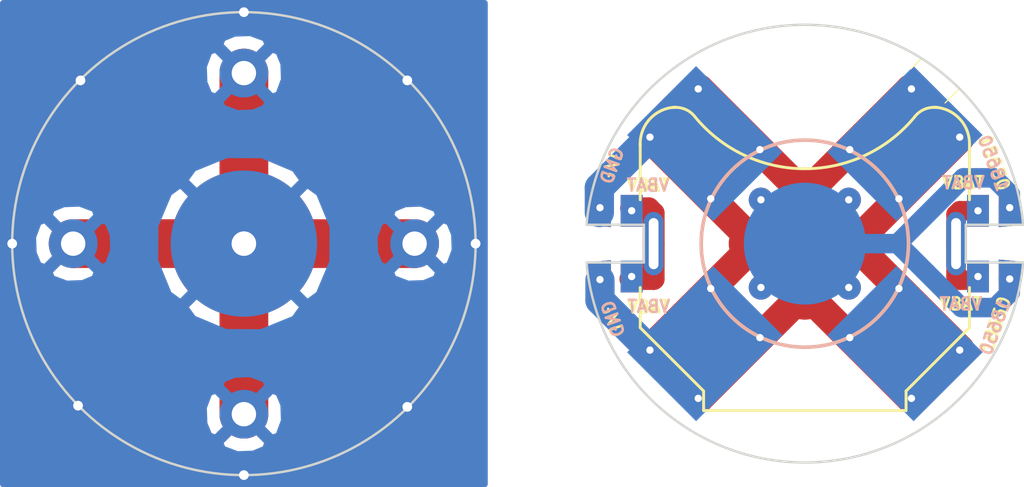
<source format=kicad_pcb>
(kicad_pcb (version 4) (host pcbnew 4.0.5+dfsg1-4)

  (general
    (links 54)
    (no_connects 2)
    (area -6.025001 -6.025001 62.187088 38.300002)
    (thickness 1.6)
    (drawings 31)
    (tracks 71)
    (zones 0)
    (modules 19)
    (nets 4)
  )

  (page A4)
  (layers
    (0 F.Cu signal)
    (31 B.Cu signal)
    (32 B.Adhes user hide)
    (33 F.Adhes user hide)
    (34 B.Paste user hide)
    (35 F.Paste user hide)
    (36 B.SilkS user hide)
    (37 F.SilkS user hide)
    (38 B.Mask user hide)
    (39 F.Mask user)
    (40 Dwgs.User user)
    (41 Cmts.User user hide)
    (42 Eco1.User user hide)
    (43 Eco2.User user hide)
    (44 Edge.Cuts user)
    (45 Margin user hide)
    (46 B.CrtYd user hide)
    (47 F.CrtYd user hide)
    (48 B.Fab user hide)
    (49 F.Fab user hide)
  )

  (setup
    (last_trace_width 0.8)
    (trace_clearance 0.2)
    (zone_clearance 0.508)
    (zone_45_only no)
    (trace_min 0.2)
    (segment_width 0.05)
    (edge_width 0.1)
    (via_size 0.6)
    (via_drill 0.4)
    (via_min_size 0.4)
    (via_min_drill 0.3)
    (uvia_size 0.3)
    (uvia_drill 0.1)
    (uvias_allowed no)
    (uvia_min_size 0.2)
    (uvia_min_drill 0.1)
    (pcb_text_width 0.3)
    (pcb_text_size 1.5 1.5)
    (mod_edge_width 0.15)
    (mod_text_size 1 1)
    (mod_text_width 0.15)
    (pad_size 1 1)
    (pad_drill 0.3)
    (pad_to_mask_clearance 0.2)
    (aux_axis_origin 0 0)
    (grid_origin 56 28)
    (visible_elements FFFFFF7F)
    (pcbplotparams
      (layerselection 0x010f0_80000001)
      (usegerberextensions false)
      (excludeedgelayer true)
      (linewidth 0.100000)
      (plotframeref false)
      (viasonmask false)
      (mode 1)
      (useauxorigin false)
      (hpglpennumber 1)
      (hpglpenspeed 20)
      (hpglpendiameter 15)
      (hpglpenoverlay 2)
      (psnegative false)
      (psa4output false)
      (plotreference true)
      (plotvalue true)
      (plotinvisibletext false)
      (padsonsilk false)
      (subtractmaskfromsilk false)
      (outputformat 1)
      (mirror false)
      (drillshape 0)
      (scaleselection 1)
      (outputdirectory ""))
  )

  (net 0 "")
  (net 1 /VBAT)
  (net 2 /GND)
  (net 3 /18650)

  (net_class Default "Это класс цепей по умолчанию."
    (clearance 0.2)
    (trace_width 0.8)
    (via_dia 0.6)
    (via_drill 0.4)
    (uvia_dia 0.3)
    (uvia_drill 0.1)
    (add_net /18650)
    (add_net /GND)
    (add_net /VBAT)
  )

  (module GroundPad-01 (layer F.Cu) (tedit 5C64301C) (tstamp 5C417CFA)
    (at 55.3 23.7 315)
    (descr PADD_BAT_HOLDER)
    (tags "solder Pin_ with flat fork")
    (path /5C40A6A2)
    (fp_text reference PD1 (at 0 1.3 315) (layer F.SilkS) hide
      (effects (font (size 1 1) (thickness 0.15)))
    )
    (fp_text value GroundPad (at 0 -2.5 315) (layer F.SilkS) hide
      (effects (font (size 0.5 0.5) (thickness 0.1)))
    )
    (pad 2 thru_hole circle (at -1.4 -1.5 315) (size 1 1) (drill 0.3) (layers *.Cu)
      (net 2 /GND))
    (pad 3 thru_hole circle (at 1.4 -1.5 315) (size 1 1) (drill 0.3) (layers *.Cu)
      (net 2 /GND))
    (pad 5 thru_hole circle (at 1.425 2.05 315) (size 1 1) (drill 0.3) (layers *.Cu)
      (net 2 /GND))
    (pad 1 smd rect (at 0 0.275 315) (size 4 5) (layers B.Cu B.Paste B.Mask)
      (net 2 /GND))
    (pad 4 thru_hole circle (at -1.425 2.05 315) (size 1 1) (drill 0.3) (layers *.Cu)
      (net 2 /GND))
    (model ${KISYS3DMOD}/Connectors.3dshapes/Pin_d0.9mm_L10.0mm_W2.4mm_FlatFork.wrl
      (at (xyz 0 0 0))
      (scale (xyz 1 1 1))
      (rotate (xyz 0 0 0))
    )
  )

  (module conn_spring_01 (layer B.Cu) (tedit 5C868993) (tstamp 5C417CF9)
    (at 51 28 270)
    (path /5C417CA4)
    (fp_text reference P6 (at 0 1 270) (layer B.SilkS) hide
      (effects (font (size 1 1) (thickness 0.15)) (justify mirror))
    )
    (fp_text value pad (at 0 -1 270) (layer B.SilkS) hide
      (effects (font (size 1 1) (thickness 0.15)) (justify mirror))
    )
    (pad 4 thru_hole circle (at 1.8 -1.8 270) (size 1 1) (drill 0.3) (layers *.Cu)
      (net 3 /18650))
    (pad 3 thru_hole circle (at 1.8 1.8 270) (size 1 1) (drill 0.3) (layers *.Cu)
      (net 3 /18650))
    (pad 2 thru_hole circle (at -1.8 1.8 270) (size 1 1) (drill 0.3) (layers *.Cu)
      (net 3 /18650))
    (pad 1 smd circle (at 0 0 270) (size 5 5) (layers B.Cu B.Paste B.Mask)
      (net 3 /18650))
    (pad 5 thru_hole circle (at -1.8 -1.8 270) (size 1 1) (drill 0.3) (layers *.Cu)
      (net 3 /18650))
  )

  (module Keystone_3001_1x12mm-CoinCell-VARIANT (layer F.Cu) (tedit 5C62D0D0) (tstamp 5C4175F7)
    (at 51 28 180)
    (descr http://www.keyelco.com/product-pdf.cfm?p=778)
    (tags "Keystone type 3001 coin cell retainer")
    (path /5C3F7E1E)
    (fp_text reference BT1 (at 0 -8 180) (layer F.SilkS) hide
      (effects (font (size 1 1) (thickness 0.15)))
    )
    (fp_text value Battery_Cell (at 0 7.5 180) (layer F.Fab) hide
      (effects (font (size 1 1) (thickness 0.15)))
    )
    (fp_circle (center 0 0) (end 0 6) (layer Dwgs.User) (width 0.15))
    (fp_arc (start 0 0) (end 0 6.75) (angle 36.6) (layer F.CrtYd) (width 0.05))
    (fp_arc (start 0.11 9.15) (end 4.22 5.65) (angle -3.1) (layer F.CrtYd) (width 0.05))
    (fp_arc (start 0.11 9.15) (end -4.22 5.65) (angle 3.1) (layer F.CrtYd) (width 0.05))
    (fp_arc (start 0 0) (end 0 6.75) (angle -36.6) (layer F.CrtYd) (width 0.05))
    (fp_arc (start 5.25 4.1) (end 5.3 6.1) (angle -90) (layer F.CrtYd) (width 0.05))
    (fp_arc (start 5.29 4.6) (end 4.22 5.65) (angle -54.1) (layer F.CrtYd) (width 0.05))
    (fp_arc (start -5.29 4.6) (end -4.22 5.65) (angle 54.1) (layer F.CrtYd) (width 0.05))
    (fp_arc (start 6.6 0) (end 7.25 1.95) (angle -143) (layer F.CrtYd) (width 0.05))
    (fp_arc (start -6.6 0) (end -7.25 1.95) (angle 143) (layer F.CrtYd) (width 0.05))
    (fp_circle (center 0 0) (end 0 4.25) (layer B.SilkS) (width 0.15))
    (fp_arc (start 5.29 4.6) (end 4.5 5.2) (angle -60) (layer F.SilkS) (width 0.12))
    (fp_arc (start -5.29 4.6) (end -4.5 5.2) (angle 60) (layer F.SilkS) (width 0.12))
    (fp_arc (start 0 8.9) (end -4.5 5.2) (angle 101) (layer F.SilkS) (width 0.12))
    (fp_arc (start 5.29 4.6) (end 4.6 5.1) (angle -60) (layer F.Fab) (width 0.1))
    (fp_arc (start -5.29 4.6) (end -4.6 5.1) (angle 60) (layer F.Fab) (width 0.1))
    (fp_arc (start 0 8.9) (end -4.6 5.1) (angle 101) (layer F.Fab) (width 0.1))
    (fp_arc (start 5.25 4.1) (end 5.3 5.6) (angle -90) (layer F.SilkS) (width 0.12))
    (fp_arc (start -5.25 4.1) (end -5.3 5.6) (angle 90) (layer F.SilkS) (width 0.12))
    (fp_arc (start -5.25 4.1) (end -5.3 6.1) (angle 90) (layer F.CrtYd) (width 0.05))
    (fp_line (start -7.25 1.95) (end -7.25 4.1) (layer F.CrtYd) (width 0.05))
    (fp_line (start 7.25 1.95) (end 7.25 4.1) (layer F.CrtYd) (width 0.05))
    (fp_line (start 6.75 1.8) (end 6.75 4.1) (layer F.SilkS) (width 0.12))
    (fp_line (start -6.75 1.8) (end -6.75 4.1) (layer F.SilkS) (width 0.12))
    (fp_arc (start 5.25 4.1) (end 5.3 5.45) (angle -90) (layer F.Fab) (width 0.1))
    (fp_line (start 7.25 -1.95) (end 7.25 -3.8) (layer F.CrtYd) (width 0.05))
    (fp_line (start 7.25 -3.8) (end 4.65 -6.4) (layer F.CrtYd) (width 0.05))
    (fp_line (start 4.65 -6.4) (end 4.65 -7.35) (layer F.CrtYd) (width 0.05))
    (fp_line (start -4.65 -7.35) (end 4.65 -7.35) (layer F.CrtYd) (width 0.05))
    (fp_line (start -4.65 -6.4) (end -4.65 -7.35) (layer F.CrtYd) (width 0.05))
    (fp_line (start -7.25 -3.8) (end -4.65 -6.4) (layer F.CrtYd) (width 0.05))
    (fp_line (start -7.25 -1.95) (end -7.25 -3.8) (layer F.CrtYd) (width 0.05))
    (fp_line (start -6.75 -1.8) (end -6.75 -3.45) (layer F.SilkS) (width 0.12))
    (fp_line (start -6.75 -3.45) (end -4.15 -6.05) (layer F.SilkS) (width 0.12))
    (fp_line (start -4.15 -6.05) (end -4.15 -6.85) (layer F.SilkS) (width 0.12))
    (fp_line (start -4.15 -6.85) (end 4.15 -6.85) (layer F.SilkS) (width 0.12))
    (fp_line (start 4.15 -6.85) (end 4.15 -6.05) (layer F.SilkS) (width 0.12))
    (fp_line (start 4.15 -6.05) (end 6.75 -3.45) (layer F.SilkS) (width 0.12))
    (fp_line (start 6.75 -3.45) (end 6.75 -1.8) (layer F.SilkS) (width 0.12))
    (fp_arc (start -5.25 4.1) (end -5.3 5.45) (angle 90) (layer F.Fab) (width 0.1))
    (fp_line (start 6.6 -3.4) (end 6.6 4.1) (layer F.Fab) (width 0.1))
    (fp_line (start -6.6 -3.4) (end -6.6 4.1) (layer F.Fab) (width 0.1))
    (fp_line (start 4 -6) (end 6.6 -3.4) (layer F.Fab) (width 0.1))
    (fp_line (start -4 -6) (end -6.6 -3.4) (layer F.Fab) (width 0.1))
    (fp_line (start 4 -6.7) (end 4 -6) (layer F.Fab) (width 0.1))
    (fp_line (start -4 -6.7) (end -4 -6) (layer F.Fab) (width 0.1))
    (fp_line (start -4 -6.7) (end 4 -6.7) (layer F.Fab) (width 0.1))
    (pad 1 thru_hole oval (at -6.2 0 180) (size 0.8 2.6) (drill oval 0.4 2.1) (layers *.Cu *.Mask)
      (net 1 /VBAT))
    (pad 1 thru_hole oval (at 6.2 0 180) (size 0.8 2.6) (drill oval 0.4 2.1) (layers *.Cu *.Mask)
      (net 1 /VBAT))
    (pad 2 smd rect (at 0 0 225) (size 3.5 3.5) (layers F.Cu F.Mask)
      (net 2 /GND))
    (model Battery_Holders.3dshapes/Keystone_3001_1x12mm-CoinCell.wrl
      (at (xyz 0 0 0))
      (scale (xyz 1 1 1))
      (rotate (xyz 0 0 0))
    )
  )

  (module jopa (layer F.Cu) (tedit 5C41962B) (tstamp 5C419186)
    (at 59.4 26.525 95.5)
    (descr "solder Pin_ with flat fork, hole diameter 0.9mm, length 10.0mm, width 2.4mm")
    (tags "solder Pin_ with flat fork")
    (path /5C419617)
    (fp_text reference PD5 (at 0 1.3 95.5) (layer F.SilkS) hide
      (effects (font (size 1 1) (thickness 0.15)))
    )
    (fp_text value CirclePad (at 1.3 -0.9 185.5) (layer F.SilkS) hide
      (effects (font (size 0.5 0.5) (thickness 0.1)))
    )
    (pad 1 smd trapezoid (at 0 0 95.5) (size 1.5 0.9) (rect_delta 0.15 0 ) (layers F.Cu F.Paste F.Mask)
      (net 3 /18650))
    (pad 2 smd trapezoid (at 0 0 95.5) (size 1.5 0.9) (rect_delta 0.15 0 ) (layers B.Cu F.Paste B.Mask)
      (net 3 /18650))
    (pad 3 thru_hole circle (at 0 0 95.5) (size 0.9 0.9) (drill 0.3) (layers *.Cu *.Mask)
      (net 3 /18650))
    (model ${KISYS3DMOD}/Connectors.3dshapes/Pin_d0.9mm_L10.0mm_W2.4mm_FlatFork.wrl
      (at (xyz 0 0 0))
      (scale (xyz 1 1 1))
      (rotate (xyz 0 0 0))
    )
  )

  (module zoidberg:conn_1mm (layer F.Cu) (tedit 5C124EF5) (tstamp 5C241B93)
    (at 21 28)
    (path /5C124F2F)
    (fp_text reference P1 (at 0 -1) (layer F.SilkS) hide
      (effects (font (size 1 1) (thickness 0.15)))
    )
    (fp_text value CONN_01X01 (at 0 1) (layer F.SilkS) hide
      (effects (font (size 1 1) (thickness 0.15)))
    )
    (pad 1 thru_hole circle (at 0 0) (size 2 2) (drill 1) (layers *.Cu)
      (net 2 /GND))
  )

  (module zoidberg:conn_1mm (layer F.Cu) (tedit 5C124F00) (tstamp 5C241B98)
    (at 28 21)
    (path /5C124D39)
    (fp_text reference P2 (at 0 -1) (layer F.SilkS) hide
      (effects (font (size 1 1) (thickness 0.15)))
    )
    (fp_text value CONN_01X01 (at 0 1) (layer F.SilkS) hide
      (effects (font (size 1 1) (thickness 0.15)))
    )
    (pad 1 thru_hole circle (at 0 0) (size 2 2) (drill 1) (layers *.Cu)
      (net 2 /GND))
  )

  (module zoidberg:conn_1mm (layer F.Cu) (tedit 5C124EF0) (tstamp 5C241B9D)
    (at 28 35)
    (path /5C124E2C)
    (fp_text reference P3 (at 0 -1) (layer F.SilkS) hide
      (effects (font (size 1 1) (thickness 0.15)))
    )
    (fp_text value CONN_01X01 (at 0 1) (layer F.SilkS) hide
      (effects (font (size 1 1) (thickness 0.15)))
    )
    (pad 1 thru_hole circle (at 0 0) (size 2 2) (drill 1) (layers *.Cu)
      (net 2 /GND))
  )

  (module zoidberg:conn_1mm (layer F.Cu) (tedit 5C124EFA) (tstamp 5C241BA2)
    (at 35 28)
    (path /5C124E7C)
    (fp_text reference P4 (at 0 -1) (layer F.SilkS) hide
      (effects (font (size 1 1) (thickness 0.15)))
    )
    (fp_text value CONN_01X01 (at 0 1) (layer F.SilkS) hide
      (effects (font (size 1 1) (thickness 0.15)))
    )
    (pad 1 thru_hole circle (at 0 0) (size 2 2) (drill 1) (layers *.Cu)
      (net 2 /GND))
  )

  (module zoidberg:lateraljopa (layer F.Cu) (tedit 5C41962B) (tstamp 5C419768)
    (at 59.4 29.45 264.5)
    (descr "solder Pin_ with flat fork, hole diameter 0.9mm, length 10.0mm, width 2.4mm")
    (tags "solder Pin_ with flat fork")
    (path /5C41ADFA)
    (fp_text reference PD9 (at 0 1.3 264.5) (layer F.SilkS) hide
      (effects (font (size 1 1) (thickness 0.15)))
    )
    (fp_text value CirclePad (at 1.3 -0.9 354.5) (layer F.SilkS) hide
      (effects (font (size 0.5 0.5) (thickness 0.1)))
    )
    (pad 1 smd trapezoid (at 0 0 264.5) (size 1.5 0.9) (rect_delta 0.15 0 ) (layers F.Cu F.Paste F.Mask)
      (net 3 /18650))
    (pad 2 smd trapezoid (at 0 0 264.5) (size 1.5 0.9) (rect_delta 0.15 0 ) (layers B.Cu F.Paste B.Mask)
      (net 3 /18650))
    (pad 3 thru_hole circle (at 0 0 264.5) (size 0.9 0.9) (drill 0.3) (layers *.Cu *.Mask)
      (net 3 /18650))
    (model ${KISYS3DMOD}/Connectors.3dshapes/Pin_d0.9mm_L10.0mm_W2.4mm_FlatFork.wrl
      (at (xyz 0 0 0))
      (scale (xyz 1 1 1))
      (rotate (xyz 0 0 0))
    )
  )

  (module zoidberg:lateraljopa (layer F.Cu) (tedit 5C41962B) (tstamp 5C41918C)
    (at 42.6 29.475 275.5)
    (descr "solder Pin_ with flat fork, hole diameter 0.9mm, length 10.0mm, width 2.4mm")
    (tags "solder Pin_ with flat fork")
    (path /5C4196D9)
    (fp_text reference PD6 (at 0 1.3 275.5) (layer F.SilkS) hide
      (effects (font (size 1 1) (thickness 0.15)))
    )
    (fp_text value CirclePad (at 1.3 -0.9 365.5) (layer F.SilkS) hide
      (effects (font (size 0.5 0.5) (thickness 0.1)))
    )
    (pad 1 smd trapezoid (at 0 0 275.5) (size 1.5 0.9) (rect_delta 0.15 0 ) (layers F.Cu F.Paste F.Mask)
      (net 2 /GND))
    (pad 2 smd trapezoid (at 0 0 275.5) (size 1.5 0.9) (rect_delta 0.15 0 ) (layers B.Cu F.Paste B.Mask)
      (net 2 /GND))
    (pad 3 thru_hole circle (at 0 0 275.5) (size 0.9 0.9) (drill 0.3) (layers *.Cu *.Mask)
      (net 2 /GND))
    (model ${KISYS3DMOD}/Connectors.3dshapes/Pin_d0.9mm_L10.0mm_W2.4mm_FlatFork.wrl
      (at (xyz 0 0 0))
      (scale (xyz 1 1 1))
      (rotate (xyz 0 0 0))
    )
  )

  (module zoidberg:lateraljopa (layer F.Cu) (tedit 5C41962B) (tstamp 5C41976F)
    (at 42.6 26.525 84.5)
    (descr "solder Pin_ with flat fork, hole diameter 0.9mm, length 10.0mm, width 2.4mm")
    (tags "solder Pin_ with flat fork")
    (path /5C41AE56)
    (fp_text reference PD10 (at 0 1.3 84.5) (layer F.SilkS) hide
      (effects (font (size 1 1) (thickness 0.15)))
    )
    (fp_text value CirclePad (at 1.3 -0.9 174.5) (layer F.SilkS) hide
      (effects (font (size 0.5 0.5) (thickness 0.1)))
    )
    (pad 1 smd trapezoid (at 0 0 84.5) (size 1.5 0.9) (rect_delta 0.15 0 ) (layers F.Cu F.Paste F.Mask)
      (net 2 /GND))
    (pad 2 smd trapezoid (at 0 0 84.5) (size 1.5 0.9) (rect_delta 0.15 0 ) (layers B.Cu F.Paste B.Mask)
      (net 2 /GND))
    (pad 3 thru_hole circle (at 0 0 84.5) (size 0.9 0.9) (drill 0.3) (layers *.Cu *.Mask)
      (net 2 /GND))
    (model ${KISYS3DMOD}/Connectors.3dshapes/Pin_d0.9mm_L10.0mm_W2.4mm_FlatFork.wrl
      (at (xyz 0 0 0))
      (scale (xyz 1 1 1))
      (rotate (xyz 0 0 0))
    )
  )

  (module zoidberg:lateraljopa2 (layer F.Cu) (tedit 5C419C3E) (tstamp 5C419198)
    (at 58.1 26.65 90)
    (descr "solder Pin_ with flat fork, hole diameter 0.9mm, length 10.0mm, width 2.4mm")
    (tags "solder Pin_ with flat fork")
    (path /5C4197FB)
    (fp_text reference PD8 (at 0 1.3 90) (layer F.SilkS) hide
      (effects (font (size 1 1) (thickness 0.15)))
    )
    (fp_text value CirclePad (at 0.1 -1.8 180) (layer F.SilkS) hide
      (effects (font (size 0.5 0.5) (thickness 0.1)))
    )
    (pad 1 smd rect (at 0 0 90) (size 1.3 0.9) (layers F.Cu F.Paste F.Mask)
      (net 1 /VBAT))
    (pad 2 smd rect (at 0 0 90) (size 1.3 0.9) (layers B.Cu F.Paste B.Mask)
      (net 1 /VBAT))
    (pad 3 thru_hole circle (at 0 0 90) (size 0.9 0.9) (drill 0.3) (layers *.Cu *.Mask)
      (net 1 /VBAT))
    (model ${KISYS3DMOD}/Connectors.3dshapes/Pin_d0.9mm_L10.0mm_W2.4mm_FlatFork.wrl
      (at (xyz 0 0 0))
      (scale (xyz 1 1 1))
      (rotate (xyz 0 0 0))
    )
  )

  (module zoidberg:lateraljopa2 (layer F.Cu) (tedit 5C419C3E) (tstamp 5C41977D)
    (at 58.1 29.35 90)
    (descr "solder Pin_ with flat fork, hole diameter 0.9mm, length 10.0mm, width 2.4mm")
    (tags "solder Pin_ with flat fork")
    (path /5C41B2FA)
    (fp_text reference PD12 (at 0 1.3 90) (layer F.SilkS) hide
      (effects (font (size 1 1) (thickness 0.15)))
    )
    (fp_text value CirclePad (at 0.1 -1.8 180) (layer F.SilkS) hide
      (effects (font (size 0.5 0.5) (thickness 0.1)))
    )
    (pad 1 smd rect (at 0 0 90) (size 1.3 0.9) (layers F.Cu F.Paste F.Mask)
      (net 1 /VBAT))
    (pad 2 smd rect (at 0 0 90) (size 1.3 0.9) (layers B.Cu F.Paste B.Mask)
      (net 1 /VBAT))
    (pad 3 thru_hole circle (at 0 0 90) (size 0.9 0.9) (drill 0.3) (layers *.Cu *.Mask)
      (net 1 /VBAT))
    (model ${KISYS3DMOD}/Connectors.3dshapes/Pin_d0.9mm_L10.0mm_W2.4mm_FlatFork.wrl
      (at (xyz 0 0 0))
      (scale (xyz 1 1 1))
      (rotate (xyz 0 0 0))
    )
  )

  (module zoidberg:lateraljopa2 (layer F.Cu) (tedit 5C419C3E) (tstamp 5C419192)
    (at 43.9 26.65 90)
    (descr "solder Pin_ with flat fork, hole diameter 0.9mm, length 10.0mm, width 2.4mm")
    (tags "solder Pin_ with flat fork")
    (path /5C41976F)
    (fp_text reference PD7 (at 0 1.3 90) (layer F.SilkS) hide
      (effects (font (size 1 1) (thickness 0.15)))
    )
    (fp_text value CirclePad (at 0.1 -1.8 180) (layer F.SilkS) hide
      (effects (font (size 0.5 0.5) (thickness 0.1)))
    )
    (pad 1 smd rect (at 0 0 90) (size 1.3 0.9) (layers F.Cu F.Paste F.Mask)
      (net 1 /VBAT))
    (pad 2 smd rect (at 0 0 90) (size 1.3 0.9) (layers B.Cu F.Paste B.Mask)
      (net 1 /VBAT))
    (pad 3 thru_hole circle (at 0 0 90) (size 0.9 0.9) (drill 0.3) (layers *.Cu *.Mask)
      (net 1 /VBAT))
    (model ${KISYS3DMOD}/Connectors.3dshapes/Pin_d0.9mm_L10.0mm_W2.4mm_FlatFork.wrl
      (at (xyz 0 0 0))
      (scale (xyz 1 1 1))
      (rotate (xyz 0 0 0))
    )
  )

  (module zoidberg:lateraljopa2 (layer F.Cu) (tedit 5C419C3E) (tstamp 5C419776)
    (at 43.9 29.35 90)
    (descr "solder Pin_ with flat fork, hole diameter 0.9mm, length 10.0mm, width 2.4mm")
    (tags "solder Pin_ with flat fork")
    (path /5C41AEF6)
    (fp_text reference PD11 (at 0 1.3 90) (layer F.SilkS) hide
      (effects (font (size 1 1) (thickness 0.15)))
    )
    (fp_text value CirclePad (at 0.1 -1.8 180) (layer F.SilkS) hide
      (effects (font (size 0.5 0.5) (thickness 0.1)))
    )
    (pad 1 smd rect (at 0 0 90) (size 1.3 0.9) (layers F.Cu F.Paste F.Mask)
      (net 1 /VBAT))
    (pad 2 smd rect (at 0 0 90) (size 1.3 0.9) (layers B.Cu F.Paste B.Mask)
      (net 1 /VBAT))
    (pad 3 thru_hole circle (at 0 0 90) (size 0.9 0.9) (drill 0.3) (layers *.Cu *.Mask)
      (net 1 /VBAT))
    (model ${KISYS3DMOD}/Connectors.3dshapes/Pin_d0.9mm_L10.0mm_W2.4mm_FlatFork.wrl
      (at (xyz 0 0 0))
      (scale (xyz 1 1 1))
      (rotate (xyz 0 0 0))
    )
  )

  (module zoidberg:GroundPad-01 (layer F.Cu) (tedit 5C64301C) (tstamp 5C417D02)
    (at 46.7 23.7 45)
    (descr PADD_BAT_HOLDER)
    (tags "solder Pin_ with flat fork")
    (path /5C40A60F)
    (fp_text reference PD3 (at 0 1.3 45) (layer F.SilkS) hide
      (effects (font (size 1 1) (thickness 0.15)))
    )
    (fp_text value GroundPad (at 0 -2.5 45) (layer F.SilkS) hide
      (effects (font (size 0.5 0.5) (thickness 0.1)))
    )
    (pad 2 thru_hole circle (at -1.4 -1.5 45) (size 1 1) (drill 0.3) (layers *.Cu)
      (net 2 /GND))
    (pad 3 thru_hole circle (at 1.4 -1.5 45) (size 1 1) (drill 0.3) (layers *.Cu)
      (net 2 /GND))
    (pad 5 thru_hole circle (at 1.425 2.05 45) (size 1 1) (drill 0.3) (layers *.Cu)
      (net 2 /GND))
    (pad 1 smd rect (at 0 0.275 45) (size 4 5) (layers B.Cu B.Paste B.Mask)
      (net 2 /GND))
    (pad 4 thru_hole circle (at -1.425 2.05 45) (size 1 1) (drill 0.3) (layers *.Cu)
      (net 2 /GND))
    (model ${KISYS3DMOD}/Connectors.3dshapes/Pin_d0.9mm_L10.0mm_W2.4mm_FlatFork.wrl
      (at (xyz 0 0 0))
      (scale (xyz 1 1 1))
      (rotate (xyz 0 0 0))
    )
  )

  (module zoidberg:GroundPad-01 (layer F.Cu) (tedit 5C64301C) (tstamp 5C417FBD)
    (at 55.3 32.3 225)
    (descr PADD_BAT_HOLDER)
    (tags "solder Pin_ with flat fork")
    (path /5C40A655)
    (fp_text reference PD4 (at 0 1.3 225) (layer F.SilkS) hide
      (effects (font (size 1 1) (thickness 0.15)))
    )
    (fp_text value GroundPad (at 0 -2.5 225) (layer F.SilkS) hide
      (effects (font (size 0.5 0.5) (thickness 0.1)))
    )
    (pad 2 thru_hole circle (at -1.4 -1.5 225) (size 1 1) (drill 0.3) (layers *.Cu)
      (net 2 /GND))
    (pad 3 thru_hole circle (at 1.4 -1.5 225) (size 1 1) (drill 0.3) (layers *.Cu)
      (net 2 /GND))
    (pad 5 thru_hole circle (at 1.425 2.05 225) (size 1 1) (drill 0.3) (layers *.Cu)
      (net 2 /GND))
    (pad 1 smd rect (at 0 0.275 225) (size 4 5) (layers B.Cu B.Paste B.Mask)
      (net 2 /GND))
    (pad 4 thru_hole circle (at -1.425 2.05 225) (size 1 1) (drill 0.3) (layers *.Cu)
      (net 2 /GND))
    (model ${KISYS3DMOD}/Connectors.3dshapes/Pin_d0.9mm_L10.0mm_W2.4mm_FlatFork.wrl
      (at (xyz 0 0 0))
      (scale (xyz 1 1 1))
      (rotate (xyz 0 0 0))
    )
  )

  (module zoidberg:GroundPad-01 (layer F.Cu) (tedit 5C64301C) (tstamp 5C417F99)
    (at 46.7 32.3 135)
    (descr PADD_BAT_HOLDER)
    (tags "solder Pin_ with flat fork")
    (path /5C40A500)
    (fp_text reference PD2 (at 0 1.3 135) (layer F.SilkS) hide
      (effects (font (size 1 1) (thickness 0.15)))
    )
    (fp_text value GroundPad (at 0 -2.5 135) (layer F.SilkS) hide
      (effects (font (size 0.5 0.5) (thickness 0.1)))
    )
    (pad 2 thru_hole circle (at -1.4 -1.5 135) (size 1 1) (drill 0.3) (layers *.Cu)
      (net 2 /GND))
    (pad 3 thru_hole circle (at 1.4 -1.5 135) (size 1 1) (drill 0.3) (layers *.Cu)
      (net 2 /GND))
    (pad 5 thru_hole circle (at 1.425 2.05 135) (size 1 1) (drill 0.3) (layers *.Cu)
      (net 2 /GND))
    (pad 1 smd rect (at 0 0.275 135) (size 4 5) (layers B.Cu B.Paste B.Mask)
      (net 2 /GND))
    (pad 4 thru_hole circle (at -1.425 2.05 135) (size 1 1) (drill 0.3) (layers *.Cu)
      (net 2 /GND))
    (model ${KISYS3DMOD}/Connectors.3dshapes/Pin_d0.9mm_L10.0mm_W2.4mm_FlatFork.wrl
      (at (xyz 0 0 0))
      (scale (xyz 1 1 1))
      (rotate (xyz 0 0 0))
    )
  )

  (module zoidberg:jopka-01 (layer F.Cu) (tedit 5C8685E7) (tstamp 5C241BA7)
    (at 28 28)
    (path /5C124F69)
    (fp_text reference P5 (at 0 -1) (layer F.SilkS) hide
      (effects (font (size 1 1) (thickness 0.15)))
    )
    (fp_text value CONN_01X01 (at 0 1) (layer F.SilkS) hide
      (effects (font (size 1 1) (thickness 0.15)))
    )
    (pad 1 thru_hole circle (at 0 0) (size 6 6) (drill 1) (layers *.Cu *.Mask)
      (net 2 /GND))
    (pad 2 thru_hole circle (at 0 0) (size 3 3) (drill 1) (layers *.Mask B.Cu))
  )

  (gr_circle (center 28 28) (end 28 20) (layer B.Mask) (width 0.05))
  (gr_circle (center 28 28) (end 34.718 34.718) (layer Edge.Cuts) (width 0.1))
  (gr_line (start 57.325 21.65) (end 57.35 21.65) (angle 90) (layer F.SilkS) (width 0.05))
  (gr_line (start 56.75 22.225) (end 57.325 21.65) (angle 90) (layer F.SilkS) (width 0.05))
  (gr_line (start 55.35 20.825) (end 55.775 20.4) (angle 90) (layer F.SilkS) (width 0.05))
  (gr_line (start 44.4 27.225) (end 44.375 27.225) (angle 90) (layer Edge.Cuts) (width 0.1))
  (gr_line (start 44.4 28.775) (end 44.4 27.225) (angle 90) (layer Edge.Cuts) (width 0.1))
  (gr_line (start 44.4 28.775) (end 42.05 28.775) (angle 90) (layer Edge.Cuts) (width 0.1))
  (gr_line (start 44.4 27.225) (end 42.05 27.225) (angle 90) (layer Edge.Cuts) (width 0.1))
  (gr_line (start 57.6 27.225) (end 57.6 28.775) (angle 90) (layer Edge.Cuts) (width 0.1))
  (gr_line (start 57.6 27.225) (end 59.95 27.225) (angle 90) (layer Edge.Cuts) (width 0.1))
  (gr_line (start 57.6 28.775) (end 59.95 28.775) (angle 90) (layer Edge.Cuts) (width 0.1))
  (gr_text VBAT (at 44.6 30.6) (layer F.SilkS)
    (effects (font (size 0.5 0.5) (thickness 0.1)))
  )
  (gr_text 18650 (at 58.8 31.425 70) (layer B.SilkS)
    (effects (font (size 0.5 0.5) (thickness 0.1)) (justify mirror))
  )
  (gr_text 18650 (at 58.825 31.325 70) (layer F.SilkS)
    (effects (font (size 0.5 0.5) (thickness 0.1)))
  )
  (gr_text GND (at 43.1 24.8 70) (layer B.SilkS)
    (effects (font (size 0.5 0.5) (thickness 0.1)) (justify mirror))
  )
  (gr_text GND (at 43.1 24.8 70) (layer F.SilkS)
    (effects (font (size 0.5 0.5) (thickness 0.1)))
  )
  (gr_text GND (at 43.1 31.1 290) (layer F.SilkS)
    (effects (font (size 0.5 0.5) (thickness 0.1)))
  )
  (gr_text GND (at 43.1 31.1 290) (layer B.SilkS)
    (effects (font (size 0.5 0.5) (thickness 0.1)) (justify mirror))
  )
  (gr_text VBAT (at 44.575 25.6) (layer B.SilkS)
    (effects (font (size 0.5 0.5) (thickness 0.1)) (justify mirror))
  )
  (gr_text VBAT (at 44.6 30.575) (layer B.SilkS)
    (effects (font (size 0.5 0.5) (thickness 0.1)) (justify mirror))
  )
  (gr_text VBAT (at 44.575 25.6) (layer F.SilkS)
    (effects (font (size 0.5 0.5) (thickness 0.1)))
  )
  (gr_text VBAT (at 57.4 30.475) (layer F.SilkS)
    (effects (font (size 0.5 0.5) (thickness 0.1)))
  )
  (gr_text VBAT (at 57.4 30.475) (layer B.SilkS)
    (effects (font (size 0.5 0.5) (thickness 0.1)) (justify mirror))
  )
  (gr_text VBAT (at 57.5 25.5) (layer B.SilkS)
    (effects (font (size 0.5 0.5) (thickness 0.1)) (justify mirror))
  )
  (gr_text VBAT (at 57.5 25.5) (layer F.SilkS)
    (effects (font (size 0.5 0.5) (thickness 0.1)))
  )
  (gr_text 18650 (at 58.725 24.7 290) (layer B.SilkS)
    (effects (font (size 0.5 0.5) (thickness 0.1)) (justify mirror))
  )
  (gr_text 18650 (at 58.775 24.675 290) (layer F.SilkS)
    (effects (font (size 0.5 0.5) (thickness 0.1)))
  )
  (gr_circle (center 0 0) (end 0 -6) (layer F.CrtYd) (width 0.05))
  (gr_arc (start 51 28) (end 42.05 27.225) (angle 170) (layer Edge.Cuts) (width 0.1) (tstamp 5C408E12))
  (gr_arc (start 51 28) (end 59.95 28.775) (angle 170) (layer Edge.Cuts) (width 0.1))

  (via (at 34.7 34.7) (size 0.6) (drill 0.4) (layers F.Cu B.Cu) (net 0))
  (via (at 21.3 21.3) (size 0.6) (drill 0.4) (layers F.Cu B.Cu) (net 0))
  (via (at 28 37.5) (size 0.6) (drill 0.4) (layers F.Cu B.Cu) (net 0))
  (segment (start 57.2 28) (end 57.2 29.35) (width 0.8) (layer F.Cu) (net 1))
  (segment (start 57.35 29.5) (end 57.95 29.5) (width 0.8) (layer F.Cu) (net 1) (tstamp 5C62D47E))
  (segment (start 57.2 29.35) (end 57.35 29.5) (width 0.8) (layer F.Cu) (net 1) (tstamp 5C62D47C))
  (segment (start 57.95 29.5) (end 58.1 29.35) (width 0.8) (layer F.Cu) (net 1) (tstamp 5C62D47F))
  (segment (start 57.2 28) (end 57.2 26.8) (width 0.8) (layer F.Cu) (net 1))
  (segment (start 57.2 26.8) (end 57.35 26.65) (width 0.8) (layer F.Cu) (net 1) (tstamp 5C62D46E))
  (segment (start 57.35 26.65) (end 58.1 26.65) (width 0.8) (layer F.Cu) (net 1) (tstamp 5C62D46F))
  (segment (start 43.85 29.45) (end 44.8 29.45) (width 0.9) (layer F.Cu) (net 1))
  (segment (start 44.8 29.45) (end 44.8 28) (width 0.9) (layer F.Cu) (net 1) (tstamp 5C419D2F))
  (segment (start 43.875 26.55) (end 44.6 26.55) (width 0.9) (layer F.Cu) (net 1))
  (segment (start 44.8 26.75) (end 44.8 28) (width 0.9) (layer F.Cu) (net 1) (tstamp 5C419D29))
  (segment (start 44.6 26.55) (end 44.8 26.75) (width 0.9) (layer F.Cu) (net 1) (tstamp 5C419D28))
  (via (at 21.2 34.65) (size 0.6) (drill 0.4) (layers F.Cu B.Cu) (net 2))
  (via (at 34.7 21.3) (size 0.6) (drill 0.4) (layers F.Cu B.Cu) (net 2))
  (via (at 18.5 28) (size 0.6) (drill 0.4) (layers F.Cu B.Cu) (net 2))
  (via (at 37.5 28) (size 0.6) (drill 0.4) (layers F.Cu B.Cu) (net 2))
  (via (at 28 18.5) (size 0.6) (drill 0.4) (layers F.Cu B.Cu) (net 2))
  (segment (start 44.64939 32.370711) (end 44.64939 32.335356) (width 1.2) (layer F.Cu) (net 2))
  (segment (start 44.64939 32.335356) (end 48.984746 28) (width 1.2) (layer F.Cu) (net 2) (tstamp 5C62D393))
  (segment (start 48.984746 28) (end 51 28) (width 1.2) (layer F.Cu) (net 2) (tstamp 5C62D394))
  (segment (start 44.64939 23.629289) (end 44.64939 23.664644) (width 1.2) (layer F.Cu) (net 2))
  (segment (start 44.64939 23.664644) (end 48.984746 28) (width 1.2) (layer F.Cu) (net 2) (tstamp 5C62D38F))
  (segment (start 48.984746 28) (end 51 28) (width 1.2) (layer F.Cu) (net 2) (tstamp 5C62D390))
  (segment (start 46.629289 34.35061) (end 46.664644 34.35061) (width 1.2) (layer F.Cu) (net 2))
  (segment (start 46.664644 34.35061) (end 51 30.015254) (width 1.2) (layer F.Cu) (net 2) (tstamp 5C62D389))
  (segment (start 51 30.015254) (end 51 28) (width 1.2) (layer F.Cu) (net 2) (tstamp 5C62D38A))
  (segment (start 55.370711 34.35061) (end 55.335356 34.35061) (width 1.2) (layer F.Cu) (net 2))
  (segment (start 55.335356 34.35061) (end 51 30.015254) (width 1.2) (layer F.Cu) (net 2) (tstamp 5C62D385))
  (segment (start 51 30.015254) (end 51 28) (width 1.2) (layer F.Cu) (net 2) (tstamp 5C62D386))
  (segment (start 57.35061 32.370711) (end 57.35061 32.335356) (width 1.2) (layer F.Cu) (net 2))
  (segment (start 57.35061 32.335356) (end 53.015254 28) (width 1.2) (layer F.Cu) (net 2) (tstamp 5C62D37E))
  (segment (start 53.015254 28) (end 51 28) (width 1.2) (layer F.Cu) (net 2) (tstamp 5C62D37F))
  (segment (start 57.35061 23.629289) (end 57.35061 23.664644) (width 1.2) (layer F.Cu) (net 2))
  (segment (start 57.35061 23.664644) (end 53.015254 28) (width 1.2) (layer F.Cu) (net 2) (tstamp 5C62D377))
  (segment (start 53.015254 28) (end 51 28) (width 1.2) (layer F.Cu) (net 2) (tstamp 5C62D378))
  (segment (start 46.629289 21.64939) (end 46.664644 21.64939) (width 1.2) (layer F.Cu) (net 2))
  (segment (start 46.664644 21.64939) (end 51 25.984746) (width 1.2) (layer F.Cu) (net 2) (tstamp 5C62D36A))
  (segment (start 51 25.984746) (end 51 28) (width 1.2) (layer F.Cu) (net 2) (tstamp 5C62D36B))
  (segment (start 55.370711 21.64939) (end 55.335356 21.64939) (width 1.2) (layer F.Cu) (net 2))
  (segment (start 55.335356 21.64939) (end 51 25.984746) (width 1.2) (layer F.Cu) (net 2) (tstamp 5C62D362))
  (segment (start 51 25.984746) (end 51 28) (width 1.2) (layer F.Cu) (net 2) (tstamp 5C62D363))
  (segment (start 44.37439 23.90061) (end 42.575 25.7) (width 1.2) (layer B.Cu) (net 2) (tstamp 5C59C585))
  (segment (start 42.575 25.7) (end 42.575 26.725) (width 1.2) (layer B.Cu) (net 2) (tstamp 5C59C589))
  (segment (start 44.34939 32.07439) (end 42.6 30.325) (width 1.2) (layer B.Cu) (net 2) (tstamp 5C419CF0))
  (segment (start 42.6 30.325) (end 42.6 29.5) (width 1.2) (layer B.Cu) (net 2) (tstamp 5C419CF4))
  (segment (start 51 28) (end 51 30.12132) (width 2) (layer F.Cu) (net 2))
  (segment (start 51 28) (end 48.87868 28) (width 2) (layer F.Cu) (net 2))
  (segment (start 51 28) (end 53.12132 28) (width 2) (layer F.Cu) (net 2))
  (segment (start 51 28) (end 51 25.87868) (width 2) (layer F.Cu) (net 2))
  (segment (start 53.1 28) (end 53.12132 28) (width 1) (layer F.Cu) (net 2))
  (segment (start 51 28) (end 53.1 28) (width 1) (layer F.Cu) (net 2))
  (segment (start 28 28) (end 28 35) (width 2) (layer F.Cu) (net 2))
  (segment (start 28 28) (end 21 28) (width 2) (layer F.Cu) (net 2))
  (segment (start 28 28) (end 28 21) (width 2) (layer F.Cu) (net 2))
  (segment (start 28 28) (end 35 28) (width 2) (layer F.Cu) (net 2))
  (segment (start 52.8 29.8) (end 51 28) (width 0.8) (layer B.Cu) (net 3))
  (segment (start 49.2 29.8) (end 51 28) (width 0.8) (layer B.Cu) (net 3))
  (segment (start 49.2 26.2) (end 51 28) (width 0.8) (layer B.Cu) (net 3))
  (segment (start 52.8 26.2) (end 51 28) (width 0.8) (layer B.Cu) (net 3))
  (segment (start 51 28) (end 54.8 28) (width 0.8) (layer B.Cu) (net 3))
  (segment (start 54.8 28) (end 57.5 25.3) (width 0.8) (layer B.Cu) (net 3) (tstamp 5C5C0126))
  (segment (start 58.75 25.3) (end 59.425 25.975) (width 0.8) (layer B.Cu) (net 3) (tstamp 5C5C0128))
  (segment (start 57.5 25.3) (end 58.75 25.3) (width 0.8) (layer B.Cu) (net 3) (tstamp 5C5C0127))
  (segment (start 59.425 25.975) (end 59.425 26.75) (width 0.8) (layer B.Cu) (net 3) (tstamp 5C5C0129))
  (segment (start 54.8 28) (end 57.425 30.625) (width 0.8) (layer B.Cu) (net 3) (tstamp 5C5C0115))
  (segment (start 58.8 30.625) (end 59.425 30) (width 0.8) (layer B.Cu) (net 3) (tstamp 5C5C0117))
  (segment (start 57.425 30.625) (end 58.8 30.625) (width 0.8) (layer B.Cu) (net 3) (tstamp 5C5C0116))
  (segment (start 59.425 30) (end 59.425 29.25) (width 0.8) (layer B.Cu) (net 3) (tstamp 5C5C0118))

  (zone (net 2) (net_name /GND) (layer B.Cu) (tstamp 5C8686E1) (hatch edge 0.508)
    (connect_pads (clearance 0.508))
    (min_thickness 0.254)
    (fill yes (arc_segments 16) (thermal_gap 0.508) (thermal_bridge_width 0.508))
    (polygon
      (pts
        (xy 38 38) (xy 18 38) (xy 18 18) (xy 38 18)
      )
    )
    (filled_polygon
      (pts
        (xy 37.873 37.873) (xy 18.127 37.873) (xy 18.127 36.152532) (xy 27.027073 36.152532) (xy 27.125736 36.419387)
        (xy 27.735461 36.645908) (xy 28.38546 36.621856) (xy 28.874264 36.419387) (xy 28.972927 36.152532) (xy 28 35.179605)
        (xy 27.027073 36.152532) (xy 18.127 36.152532) (xy 18.127 34.735461) (xy 26.354092 34.735461) (xy 26.378144 35.38546)
        (xy 26.580613 35.874264) (xy 26.847468 35.972927) (xy 27.820395 35) (xy 28.179605 35) (xy 29.152532 35.972927)
        (xy 29.419387 35.874264) (xy 29.645908 35.264539) (xy 29.621856 34.61454) (xy 29.419387 34.125736) (xy 29.152532 34.027073)
        (xy 28.179605 35) (xy 27.820395 35) (xy 26.847468 34.027073) (xy 26.580613 34.125736) (xy 26.354092 34.735461)
        (xy 18.127 34.735461) (xy 18.127 33.847468) (xy 27.027073 33.847468) (xy 28 34.820395) (xy 28.972927 33.847468)
        (xy 28.874264 33.580613) (xy 28.264539 33.354092) (xy 27.61454 33.378144) (xy 27.125736 33.580613) (xy 27.027073 33.847468)
        (xy 18.127 33.847468) (xy 18.127 29.152532) (xy 20.027073 29.152532) (xy 20.125736 29.419387) (xy 20.735461 29.645908)
        (xy 21.38546 29.621856) (xy 21.874264 29.419387) (xy 21.972927 29.152532) (xy 21 28.179605) (xy 20.027073 29.152532)
        (xy 18.127 29.152532) (xy 18.127 27.735461) (xy 19.354092 27.735461) (xy 19.378144 28.38546) (xy 19.580613 28.874264)
        (xy 19.847468 28.972927) (xy 20.820395 28) (xy 21.179605 28) (xy 22.152532 28.972927) (xy 22.419387 28.874264)
        (xy 22.482317 28.704875) (xy 24.361432 28.704875) (xy 24.908146 30.043639) (xy 24.928723 30.074434) (xy 25.40337 30.417025)
        (xy 26.400603 29.419792) (xy 26.580051 29.599554) (xy 25.582975 30.59663) (xy 25.925566 31.071277) (xy 27.2588 31.631342)
        (xy 28.704875 31.638568) (xy 30.043639 31.091854) (xy 30.074434 31.071277) (xy 30.417025 30.59663) (xy 29.419792 29.599397)
        (xy 29.599554 29.419949) (xy 30.59663 30.417025) (xy 31.071277 30.074434) (xy 31.458549 29.152532) (xy 34.027073 29.152532)
        (xy 34.125736 29.419387) (xy 34.735461 29.645908) (xy 35.38546 29.621856) (xy 35.874264 29.419387) (xy 35.972927 29.152532)
        (xy 35 28.179605) (xy 34.027073 29.152532) (xy 31.458549 29.152532) (xy 31.631342 28.7412) (xy 31.636367 27.735461)
        (xy 33.354092 27.735461) (xy 33.378144 28.38546) (xy 33.580613 28.874264) (xy 33.847468 28.972927) (xy 34.820395 28)
        (xy 35.179605 28) (xy 36.152532 28.972927) (xy 36.419387 28.874264) (xy 36.645908 28.264539) (xy 36.621856 27.61454)
        (xy 36.419387 27.125736) (xy 36.152532 27.027073) (xy 35.179605 28) (xy 34.820395 28) (xy 33.847468 27.027073)
        (xy 33.580613 27.125736) (xy 33.354092 27.735461) (xy 31.636367 27.735461) (xy 31.638568 27.295125) (xy 31.455758 26.847468)
        (xy 34.027073 26.847468) (xy 35 27.820395) (xy 35.972927 26.847468) (xy 35.874264 26.580613) (xy 35.264539 26.354092)
        (xy 34.61454 26.378144) (xy 34.125736 26.580613) (xy 34.027073 26.847468) (xy 31.455758 26.847468) (xy 31.091854 25.956361)
        (xy 31.071277 25.925566) (xy 30.59663 25.582975) (xy 29.599397 26.580208) (xy 29.419949 26.400446) (xy 30.417025 25.40337)
        (xy 30.074434 24.928723) (xy 28.7412 24.368658) (xy 27.295125 24.361432) (xy 25.956361 24.908146) (xy 25.925566 24.928723)
        (xy 25.582975 25.40337) (xy 26.580208 26.400603) (xy 26.400446 26.580051) (xy 25.40337 25.582975) (xy 24.928723 25.925566)
        (xy 24.368658 27.2588) (xy 24.361432 28.704875) (xy 22.482317 28.704875) (xy 22.645908 28.264539) (xy 22.621856 27.61454)
        (xy 22.419387 27.125736) (xy 22.152532 27.027073) (xy 21.179605 28) (xy 20.820395 28) (xy 19.847468 27.027073)
        (xy 19.580613 27.125736) (xy 19.354092 27.735461) (xy 18.127 27.735461) (xy 18.127 26.847468) (xy 20.027073 26.847468)
        (xy 21 27.820395) (xy 21.972927 26.847468) (xy 21.874264 26.580613) (xy 21.264539 26.354092) (xy 20.61454 26.378144)
        (xy 20.125736 26.580613) (xy 20.027073 26.847468) (xy 18.127 26.847468) (xy 18.127 22.152532) (xy 27.027073 22.152532)
        (xy 27.125736 22.419387) (xy 27.735461 22.645908) (xy 28.38546 22.621856) (xy 28.874264 22.419387) (xy 28.972927 22.152532)
        (xy 28 21.179605) (xy 27.027073 22.152532) (xy 18.127 22.152532) (xy 18.127 20.735461) (xy 26.354092 20.735461)
        (xy 26.378144 21.38546) (xy 26.580613 21.874264) (xy 26.847468 21.972927) (xy 27.820395 21) (xy 28.179605 21)
        (xy 29.152532 21.972927) (xy 29.419387 21.874264) (xy 29.645908 21.264539) (xy 29.621856 20.61454) (xy 29.419387 20.125736)
        (xy 29.152532 20.027073) (xy 28.179605 21) (xy 27.820395 21) (xy 26.847468 20.027073) (xy 26.580613 20.125736)
        (xy 26.354092 20.735461) (xy 18.127 20.735461) (xy 18.127 19.847468) (xy 27.027073 19.847468) (xy 28 20.820395)
        (xy 28.972927 19.847468) (xy 28.874264 19.580613) (xy 28.264539 19.354092) (xy 27.61454 19.378144) (xy 27.125736 19.580613)
        (xy 27.027073 19.847468) (xy 18.127 19.847468) (xy 18.127 18.127) (xy 37.873 18.127)
      )
    )
  )
  (zone (net 0) (net_name "") (layer B.Mask) (tstamp 5C86879D) (hatch edge 0.508)
    (connect_pads (clearance 0.508))
    (min_thickness 0.254)
    (fill yes (arc_segments 16) (thermal_gap 0.508) (thermal_bridge_width 0.508))
    (polygon
      (pts
        (xy 38 38) (xy 18 38) (xy 18 18) (xy 38 18)
      )
    )
    (filled_polygon
      (pts
        (xy 37.873 37.873) (xy 18.127 37.873) (xy 18.127 18.127) (xy 37.873 18.127)
      )
    )
  )
)

</source>
